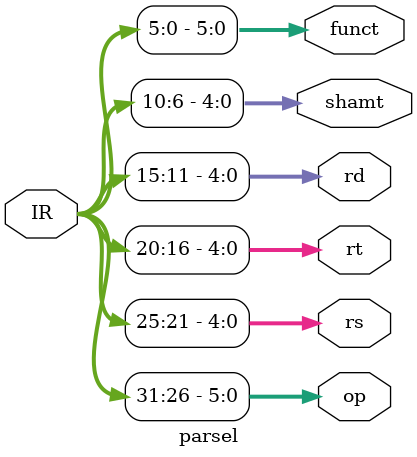
<source format=v>
`timescale 1ns / 1ns
module parsel(IR,op,rs,rt,rd,shamt,funct);
input[31:0] IR;
output reg[5:0] op;
output reg[4:0] rs;
output reg[4:0] rt;
output reg[4:0] rd;
output reg[4:0] shamt;
output reg[5:0] funct;
always@(*)
begin
    op=IR[31:26];
    rs=IR[25:21];
    rt=IR[20:16];
    rd=IR[15:11];
    shamt=IR[10:6];
    funct=IR[5:0];
end
endmodule

    



</source>
